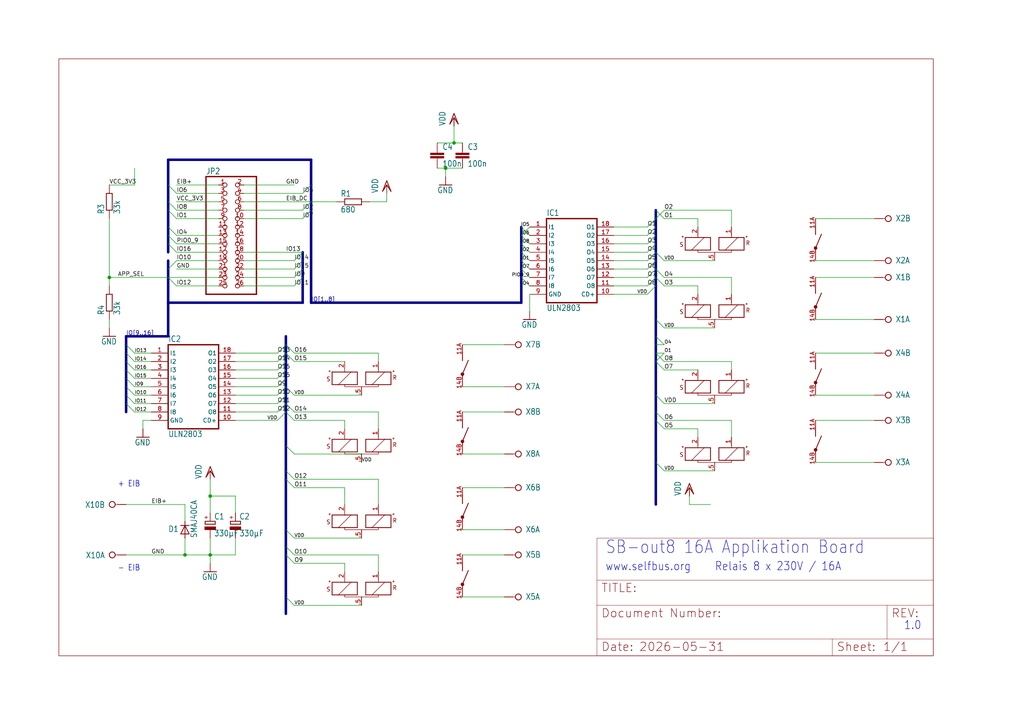
<source format=kicad_sch>
(kicad_sch (version 20230121) (generator eeschema)
  (paper "User" 309.347 218.491)
  (lib_symbols
    (symbol "app_out_8x_16A_bistab_seperated_4MU_BOT_v1.0.0-eagle-import:C-EUC1206"
      (property "Reference" "C" (at 1.524 0.381 0))
      (symbol "C-EUC1206_1_0"
        (pin passive line (at 0 2.54 270) (length 2.54) (name "1") (number "1"))
        (pin passive line (at 0 -5.08 90) (length 2.54) (name "2") (number "2"))
      )
    )
    (symbol "app_out_8x_16A_bistab_seperated_4MU_BOT_v1.0.0-eagle-import:CPOL-EUE3.5-8"
      (property "Reference" "C" (at 1.143 0.4826 0))
      (symbol "CPOL-EUE3.5-8_1_0"
        (text "+" (at -0.5842 0.4064 900) (effects (font (size 1.27 1.0795)) (justify left bottom)))
        (pin passive line (at 0 2.54 270) (length 2.54) (name "+") (number "+"))
        (pin passive line (at 0 -5.08 90) (length 2.54) (name "-") (number "-"))
      )
    )
    (symbol "app_out_8x_16A_bistab_seperated_4MU_BOT_v1.0.0-eagle-import:D-SMB"
      (property "Reference" "D" (at -2.54 1.778 0))
      (symbol "D-SMB_1_0"
        (pin passive line (at 2.54 0 180) (length 2.54) (name "C") (number "1"))
        (pin passive line (at -2.54 0 0) (length 2.54) (name "A") (number "2"))
      )
    )
    (symbol "app_out_8x_16A_bistab_seperated_4MU_BOT_v1.0.0-eagle-import:DINA4_L"
      (symbol "DINA4_L_2_0"
        (text "${#}/${##}" (at 86.36 1.27 0) (effects (font (size 2.54 2.54)) (justify left bottom)))
        (text "${CURRENT_DATE}" (at 12.7 1.27 0) (effects (font (size 2.54 2.54)) (justify left bottom)))
        (text "${PROJECTNAME}" (at 17.78 19.05 0) (effects (font (size 2.54 2.54)) (justify left bottom)))
        (text "Date:" (at 1.27 1.27 0) (effects (font (size 2.54 2.54)) (justify left bottom)))
        (text "Document Number:" (at 1.27 11.43 0) (effects (font (size 2.54 2.54)) (justify left bottom)))
        (text "REV:" (at 88.9 11.43 0) (effects (font (size 2.54 2.54)) (justify left bottom)))
        (text "Sheet:" (at 72.39 1.27 0) (effects (font (size 2.54 2.54)) (justify left bottom)))
        (text "TITLE:" (at 1.27 19.05 0) (effects (font (size 2.54 2.54)) (justify left bottom)))
      )
    )
    (symbol "app_out_8x_16A_bistab_seperated_4MU_BOT_v1.0.0-eagle-import:GND" (power)
      (property "Value" "GND" (at -2.54 -2.54 0))
      (symbol "GND_1_0"
        (pin power_in line (at 0 2.54 270) (length 2.54) (name "GND") (number "1"))
      )
    )
    (symbol "app_out_8x_16A_bistab_seperated_4MU_BOT_v1.0.0-eagle-import:HFE20-1-024-1HD504"
      (symbol "HFE20-1-024-1HD504_1_0"
        (text "R" (at 4.318 -0.508 0) (effects (font (size 1.27 1.0795)) (justify left bottom)))
        (text "S" (at -14.478 0.508 0) (effects (font (size 1.27 1.0795)) (justify right top)))
        (pin passive line (at 0 5.08 270) (length 2.54) (name "R+") (number "1"))
        (pin passive line (at -10.16 5.08 270) (length 2.54) (name "S+") (number "2"))
        (pin passive line (at -5.08 -5.08 90) (length 2.54) (name "-") (number "5"))
      )
      (symbol "HFE20-1-024-1HD504_2_0"
        (pin passive line (at 0 10.16 270) (length 2.54) (name "PB") (number "11A"))
        (pin passive line (at 0 -2.54 90) (length 2.54) (name "PA") (number "14B"))
      )
    )
    (symbol "app_out_8x_16A_bistab_seperated_4MU_BOT_v1.0.0-eagle-import:PINHD-2X13_2.54-SMD"
      (property "Reference" "JP" (at -6.35 18.415 0))
      (symbol "PINHD-2X13_2.54-SMD_1_0"
        (pin passive inverted (at -2.54 15.24 0) (length 2.54) (name "1") (number "1"))
        (pin passive inverted (at 5.08 5.08 180) (length 2.54) (name "10") (number "10"))
        (pin passive inverted (at -2.54 2.54 0) (length 2.54) (name "11") (number "11"))
        (pin passive inverted (at 5.08 2.54 180) (length 2.54) (name "12") (number "12"))
        (pin passive inverted (at -2.54 0 0) (length 2.54) (name "13") (number "13"))
        (pin passive inverted (at 5.08 0 180) (length 2.54) (name "14") (number "14"))
        (pin passive inverted (at -2.54 -2.54 0) (length 2.54) (name "15") (number "15"))
        (pin passive inverted (at 5.08 -2.54 180) (length 2.54) (name "16") (number "16"))
        (pin passive inverted (at -2.54 -5.08 0) (length 2.54) (name "17") (number "17"))
        (pin passive inverted (at 5.08 -5.08 180) (length 2.54) (name "18") (number "18"))
        (pin passive inverted (at -2.54 -7.62 0) (length 2.54) (name "19") (number "19"))
        (pin passive inverted (at 5.08 15.24 180) (length 2.54) (name "2") (number "2"))
        (pin passive inverted (at 5.08 -7.62 180) (length 2.54) (name "20") (number "20"))
        (pin passive inverted (at -2.54 -10.16 0) (length 2.54) (name "21") (number "21"))
        (pin passive inverted (at 5.08 -10.16 180) (length 2.54) (name "22") (number "22"))
        (pin passive inverted (at -2.54 -12.7 0) (length 2.54) (name "23") (number "23"))
        (pin passive inverted (at 5.08 -12.7 180) (length 2.54) (name "24") (number "24"))
        (pin passive inverted (at -2.54 -15.24 0) (length 2.54) (name "25") (number "25"))
        (pin passive inverted (at 5.08 -15.24 180) (length 2.54) (name "26") (number "26"))
        (pin passive inverted (at -2.54 12.7 0) (length 2.54) (name "3") (number "3"))
        (pin passive inverted (at 5.08 12.7 180) (length 2.54) (name "4") (number "4"))
        (pin passive inverted (at -2.54 10.16 0) (length 2.54) (name "5") (number "5"))
        (pin passive inverted (at 5.08 10.16 180) (length 2.54) (name "6") (number "6"))
        (pin passive inverted (at -2.54 7.62 0) (length 2.54) (name "7") (number "7"))
        (pin passive inverted (at 5.08 7.62 180) (length 2.54) (name "8") (number "8"))
        (pin passive inverted (at -2.54 5.08 0) (length 2.54) (name "9") (number "9"))
      )
    )
    (symbol "app_out_8x_16A_bistab_seperated_4MU_BOT_v1.0.0-eagle-import:R-EU_M1206"
      (property "Reference" "R" (at -3.81 1.4986 0))
      (symbol "R-EU_M1206_1_0"
        (pin passive line (at -5.08 0 0) (length 2.54) (name "1") (number "1"))
        (pin passive line (at 5.08 0 180) (length 2.54) (name "2") (number "2"))
      )
    )
    (symbol "app_out_8x_16A_bistab_seperated_4MU_BOT_v1.0.0-eagle-import:ULN2803ASOP18"
      (property "Reference" "IC" (at -7.62 13.462 0))
      (symbol "ULN2803ASOP18_1_0"
        (pin input line (at -12.7 10.16 0) (length 5.08) (name "I1") (number "1"))
        (pin passive line (at 12.7 -10.16 180) (length 5.08) (name "CD+") (number "10"))
        (pin open_collector line (at 12.7 -7.62 180) (length 5.08) (name "O8") (number "11"))
        (pin open_collector line (at 12.7 -5.08 180) (length 5.08) (name "O7") (number "12"))
        (pin open_collector line (at 12.7 -2.54 180) (length 5.08) (name "O6") (number "13"))
        (pin open_collector line (at 12.7 0 180) (length 5.08) (name "O5") (number "14"))
        (pin open_collector line (at 12.7 2.54 180) (length 5.08) (name "O4") (number "15"))
        (pin open_collector line (at 12.7 5.08 180) (length 5.08) (name "O3") (number "16"))
        (pin open_collector line (at 12.7 7.62 180) (length 5.08) (name "O2") (number "17"))
        (pin open_collector line (at 12.7 10.16 180) (length 5.08) (name "O1") (number "18"))
        (pin input line (at -12.7 7.62 0) (length 5.08) (name "I2") (number "2"))
        (pin input line (at -12.7 5.08 0) (length 5.08) (name "I3") (number "3"))
        (pin input line (at -12.7 2.54 0) (length 5.08) (name "I4") (number "4"))
        (pin input line (at -12.7 0 0) (length 5.08) (name "I5") (number "5"))
        (pin input line (at -12.7 -2.54 0) (length 5.08) (name "I6") (number "6"))
        (pin input line (at -12.7 -5.08 0) (length 5.08) (name "I7") (number "7"))
        (pin input line (at -12.7 -7.62 0) (length 5.08) (name "I8") (number "8"))
        (pin power_in line (at -12.7 -10.16 0) (length 5.08) (name "GND") (number "9"))
      )
    )
    (symbol "app_out_8x_16A_bistab_seperated_4MU_BOT_v1.0.0-eagle-import:VDD" (power)
      (property "Value" "VDD" (at -2.54 -2.54 90))
      (symbol "VDD_1_0"
        (pin power_in line (at 0 -2.54 90) (length 2.54) (name "VDD") (number "1"))
      )
    )
    (symbol "app_out_8x_16A_bistab_seperated_4MU_BOT_v1.0.0-eagle-import:W237-02P"
      (property "Reference" "X" (at -1.27 0.889 0))
      (symbol "W237-02P_1_0"
        (pin passive line (at 5.08 0 180) (length 2.54) (name "KL") (number "1"))
      )
      (symbol "W237-02P_2_0"
        (pin passive line (at 5.08 0 180) (length 2.54) (name "KL") (number "2"))
      )
    )
  )
  (junction (at 63.5 149.86))
  (junction (at 33.02 83.82))
  (junction (at 137.16 43.18))
  (junction (at 63.5 167.64))
  (junction (at 55.88 167.64))
  (junction (at 134.62 50.8))
  (bus_entry (at 53.34 58.42) (size -2.54 -2.54))
  (bus_entry (at 160.02 78.74) (size -2.54 -2.54))
  (bus_entry (at 88.9 144.78) (size -2.54 -2.54))
  (bus_entry (at 195.58 86.36) (size 2.54 -2.54))
  (bus_entry (at 160.02 73.66) (size -2.54 -2.54))
  (bus_entry (at 195.58 78.74) (size 2.54 -2.54))
  (bus_entry (at 40.64 114.3) (size -2.54 -2.54))
  (bus_entry (at 40.64 121.92) (size -2.54 -2.54))
  (bus_entry (at 91.44 66.04) (size 2.54 -2.54))
  (bus_entry (at 88.9 167.64) (size -2.54 -2.54))
  (bus_entry (at 83.82 116.84) (size 2.54 -2.54))
  (bus_entry (at 200.66 86.36) (size -2.54 -2.54))
  (bus_entry (at 195.58 81.28) (size 2.54 -2.54))
  (bus_entry (at 88.9 86.36) (size 2.54 -2.54))
  (bus_entry (at 200.66 106.68) (size -2.54 2.54))
  (bus_entry (at 91.44 63.5) (size 2.54 -2.54))
  (bus_entry (at 200.66 99.06) (size -2.54 -2.54))
  (bus_entry (at 83.82 124.46) (size 2.54 -2.54))
  (bus_entry (at 53.34 73.66) (size -2.54 -2.54))
  (bus_entry (at 200.66 129.54) (size -2.54 -2.54))
  (bus_entry (at 195.58 71.12) (size 2.54 -2.54))
  (bus_entry (at 83.82 119.38) (size 2.54 -2.54))
  (bus_entry (at 53.34 63.5) (size -2.54 -2.54))
  (bus_entry (at 200.66 104.14) (size -2.54 -2.54))
  (bus_entry (at 88.9 170.18) (size -2.54 -2.54))
  (bus_entry (at 40.64 119.38) (size -2.54 -2.54))
  (bus_entry (at 53.34 78.74) (size -2.54 2.54))
  (bus_entry (at 40.64 116.84) (size -2.54 -2.54))
  (bus_entry (at 83.82 111.76) (size 2.54 -2.54))
  (bus_entry (at 53.34 71.12) (size -2.54 -2.54))
  (bus_entry (at 88.9 137.16) (size -2.54 -2.54))
  (bus_entry (at 40.64 106.68) (size -2.54 -2.54))
  (bus_entry (at 88.9 124.46) (size -2.54 -2.54))
  (bus_entry (at 88.9 119.38) (size -2.54 -2.54))
  (bus_entry (at 200.66 142.24) (size -2.54 -2.54))
  (bus_entry (at 160.02 86.36) (size -2.54 -2.54))
  (bus_entry (at 195.58 76.2) (size 2.54 -2.54))
  (bus_entry (at 91.44 58.42) (size 2.54 -2.54))
  (bus_entry (at 200.66 127) (size -2.54 -2.54))
  (bus_entry (at 88.9 106.68) (size -2.54 -2.54))
  (bus_entry (at 40.64 109.22) (size -2.54 -2.54))
  (bus_entry (at 83.82 109.22) (size 2.54 -2.54))
  (bus_entry (at 195.58 68.58) (size 2.54 -2.54))
  (bus_entry (at 200.66 63.5) (size -2.54 2.54))
  (bus_entry (at 195.58 88.9) (size 2.54 -2.54))
  (bus_entry (at 160.02 76.2) (size -2.54 -2.54))
  (bus_entry (at 53.34 66.04) (size -2.54 -2.54))
  (bus_entry (at 160.02 68.58) (size -2.54 2.54))
  (bus_entry (at 200.66 109.22) (size -2.54 -2.54))
  (bus_entry (at 200.66 111.76) (size -2.54 -2.54))
  (bus_entry (at 88.9 182.88) (size -2.54 -2.54))
  (bus_entry (at 200.66 66.04) (size -2.54 -2.54))
  (bus_entry (at 88.9 127) (size -2.54 -2.54))
  (bus_entry (at 88.9 109.22) (size -2.54 -2.54))
  (bus_entry (at 160.02 81.28) (size -2.54 -2.54))
  (bus_entry (at 200.66 78.74) (size -2.54 -2.54))
  (bus_entry (at 83.82 106.68) (size 2.54 -2.54))
  (bus_entry (at 195.58 83.82) (size 2.54 -2.54))
  (bus_entry (at 83.82 114.3) (size 2.54 -2.54))
  (bus_entry (at 40.64 111.76) (size -2.54 -2.54))
  (bus_entry (at 88.9 162.56) (size -2.54 -2.54))
  (bus_entry (at 160.02 83.82) (size -2.54 -2.54))
  (bus_entry (at 83.82 127) (size 2.54 -2.54))
  (bus_entry (at 88.9 81.28) (size 2.54 -2.54))
  (bus_entry (at 53.34 86.36) (size -2.54 -2.54))
  (bus_entry (at 200.66 83.82) (size -2.54 -2.54))
  (bus_entry (at 88.9 83.82) (size 2.54 -2.54))
  (bus_entry (at 195.58 73.66) (size 2.54 -2.54))
  (bus_entry (at 40.64 124.46) (size -2.54 -2.54))
  (bus_entry (at 53.34 76.2) (size -2.54 -2.54))
  (bus_entry (at 88.9 78.74) (size 2.54 -2.54))
  (bus_entry (at 83.82 121.92) (size 2.54 -2.54))
  (bus_entry (at 160.02 71.12) (size -2.54 -2.54))
  (bus_entry (at 200.66 121.92) (size -2.54 -2.54))
  (bus_entry (at 88.9 147.32) (size -2.54 -2.54))
  (bus (pts (xy 198.12 86.36) (xy 198.12 96.52)) (stroke (width 0.762)))
  (wire (pts (xy 33.02 86.36) (xy 33.02 83.82)) (stroke (width 0.1524)))
  (wire (pts (xy 152.4 104.14) (xy 139.7 104.14)) (stroke (width 0.1524)))
  (wire (pts (xy 73.66 86.36) (xy 88.9 86.36)) (stroke (width 0.1524)))
  (wire (pts (xy 73.66 83.82) (xy 88.9 83.82)) (stroke (width 0.1524)))
  (wire (pts (xy 185.42 86.36) (xy 195.58 86.36)) (stroke (width 0.1524)))
  (wire (pts (xy 71.12 149.86) (xy 63.5 149.86)) (stroke (width 0.1524)))
  (wire (pts (xy 66.04 63.5) (xy 53.34 63.5)) (stroke (width 0.1524)))
  (wire (pts (xy 208.28 152.4) (xy 214.63 152.4)) (stroke (width 0.1524)))
  (wire (pts (xy 200.66 66.04) (xy 210.82 66.04)) (stroke (width 0.1524)))
  (wire (pts (xy 114.3 167.64) (xy 114.3 172.72)) (stroke (width 0.1524)))
  (bus (pts (xy 50.8 101.6) (xy 50.8 91.44)) (stroke (width 0.762)))
  (bus (pts (xy 50.8 71.12) (xy 50.8 73.66)) (stroke (width 0.762)))
  (wire (pts (xy 185.42 88.9) (xy 195.58 88.9)) (stroke (width 0.1524)))
  (wire (pts (xy 45.72 116.84) (xy 40.64 116.84)) (stroke (width 0.1524)))
  (wire (pts (xy 33.02 99.06) (xy 33.02 96.52)) (stroke (width 0.1524)))
  (wire (pts (xy 220.98 63.5) (xy 220.98 68.58)) (stroke (width 0.1524)))
  (wire (pts (xy 137.16 43.18) (xy 139.7 43.18)) (stroke (width 0.1524)))
  (wire (pts (xy 104.14 127) (xy 104.14 129.54)) (stroke (width 0.1524)))
  (wire (pts (xy 73.66 81.28) (xy 88.9 81.28)) (stroke (width 0.1524)))
  (wire (pts (xy 63.5 167.64) (xy 71.12 167.64)) (stroke (width 0.1524)))
  (bus (pts (xy 38.1 121.92) (xy 38.1 119.38)) (stroke (width 0.762)))
  (bus (pts (xy 38.1 111.76) (xy 38.1 109.22)) (stroke (width 0.762)))
  (wire (pts (xy 50.8 83.82) (xy 33.02 83.82)) (stroke (width 0.1524)))
  (wire (pts (xy 139.7 147.32) (xy 152.4 147.32)) (stroke (width 0.1524)))
  (wire (pts (xy 93.98 60.96) (xy 101.6 60.96)) (stroke (width 0.1524)))
  (wire (pts (xy 66.04 60.96) (xy 53.34 60.96)) (stroke (width 0.1524)))
  (wire (pts (xy 63.5 149.86) (xy 63.5 154.94)) (stroke (width 0.1524)))
  (wire (pts (xy 45.72 111.76) (xy 40.64 111.76)) (stroke (width 0.1524)))
  (bus (pts (xy 93.98 63.5) (xy 93.98 60.96)) (stroke (width 0.762)))
  (wire (pts (xy 66.04 55.88) (xy 53.34 55.88)) (stroke (width 0.1524)))
  (bus (pts (xy 38.1 101.6) (xy 50.8 101.6)) (stroke (width 0.762)))
  (wire (pts (xy 200.66 83.82) (xy 220.98 83.82)) (stroke (width 0.1524)))
  (wire (pts (xy 43.18 127) (xy 43.18 129.54)) (stroke (width 0.1524)))
  (wire (pts (xy 200.66 106.68) (xy 198.12 106.68)) (stroke (width 0.1524)))
  (bus (pts (xy 198.12 124.46) (xy 198.12 127)) (stroke (width 0.762)))
  (wire (pts (xy 88.9 106.68) (xy 114.3 106.68)) (stroke (width 0.1524)))
  (bus (pts (xy 86.36 116.84) (xy 86.36 119.38)) (stroke (width 0.762)))
  (bus (pts (xy 198.12 127) (xy 198.12 139.7)) (stroke (width 0.762)))
  (wire (pts (xy 185.42 83.82) (xy 195.58 83.82)) (stroke (width 0.1524)))
  (bus (pts (xy 198.12 101.6) (xy 198.12 106.68)) (stroke (width 0.762)))
  (wire (pts (xy 66.04 73.66) (xy 53.34 73.66)) (stroke (width 0.1524)))
  (wire (pts (xy 208.28 149.86) (xy 208.28 152.4)) (stroke (width 0.1524)))
  (bus (pts (xy 157.48 71.12) (xy 157.48 73.66)) (stroke (width 0.762)))
  (bus (pts (xy 86.36 142.24) (xy 86.36 144.78)) (stroke (width 0.762)))
  (bus (pts (xy 38.1 106.68) (xy 38.1 104.14)) (stroke (width 0.762)))
  (wire (pts (xy 55.88 167.64) (xy 38.1 167.64)) (stroke (width 0.1524)))
  (bus (pts (xy 50.8 63.5) (xy 50.8 68.58)) (stroke (width 0.762)))
  (bus (pts (xy 50.8 83.82) (xy 50.8 81.28)) (stroke (width 0.762)))
  (wire (pts (xy 246.38 127) (xy 264.16 127)) (stroke (width 0.1524)))
  (bus (pts (xy 86.36 111.76) (xy 86.36 114.3)) (stroke (width 0.762)))
  (wire (pts (xy 73.66 58.42) (xy 91.44 58.42)) (stroke (width 0.1524)))
  (bus (pts (xy 93.98 55.88) (xy 93.98 48.26)) (stroke (width 0.762)))
  (wire (pts (xy 66.04 83.82) (xy 50.8 83.82)) (stroke (width 0.1524)))
  (wire (pts (xy 45.72 127) (xy 43.18 127)) (stroke (width 0.1524)))
  (wire (pts (xy 160.02 88.9) (xy 160.02 93.98)) (stroke (width 0.1524)))
  (bus (pts (xy 38.1 114.3) (xy 38.1 111.76)) (stroke (width 0.762)))
  (wire (pts (xy 215.9 142.24) (xy 200.66 142.24)) (stroke (width 0.1524)))
  (bus (pts (xy 198.12 71.12) (xy 198.12 73.66)) (stroke (width 0.762)))
  (bus (pts (xy 38.1 119.38) (xy 38.1 116.84)) (stroke (width 0.762)))
  (bus (pts (xy 157.48 78.74) (xy 157.48 81.28)) (stroke (width 0.762)))
  (wire (pts (xy 88.9 109.22) (xy 104.14 109.22)) (stroke (width 0.1524)))
  (wire (pts (xy 246.38 139.7) (xy 264.16 139.7)) (stroke (width 0.1524)))
  (wire (pts (xy 66.04 78.74) (xy 53.34 78.74)) (stroke (width 0.1524)))
  (wire (pts (xy 200.66 127) (xy 220.98 127)) (stroke (width 0.1524)))
  (wire (pts (xy 139.7 167.64) (xy 152.4 167.64)) (stroke (width 0.1524)))
  (wire (pts (xy 73.66 76.2) (xy 91.44 76.2)) (stroke (width 0.1524)))
  (bus (pts (xy 198.12 106.68) (xy 198.12 109.22)) (stroke (width 0.762)))
  (wire (pts (xy 134.62 53.34) (xy 134.62 50.8)) (stroke (width 0.1524)))
  (wire (pts (xy 114.3 106.68) (xy 114.3 109.22)) (stroke (width 0.1524)))
  (bus (pts (xy 91.44 78.74) (xy 91.44 76.2)) (stroke (width 0.762)))
  (wire (pts (xy 137.16 38.1) (xy 137.16 43.18)) (stroke (width 0.1524)))
  (bus (pts (xy 86.36 109.22) (xy 86.36 111.76)) (stroke (width 0.762)))
  (wire (pts (xy 116.84 60.96) (xy 116.84 58.42)) (stroke (width 0.1524)))
  (wire (pts (xy 200.66 63.5) (xy 220.98 63.5)) (stroke (width 0.1524)))
  (bus (pts (xy 198.12 83.82) (xy 198.12 86.36)) (stroke (width 0.762)))
  (wire (pts (xy 210.82 86.36) (xy 210.82 88.9)) (stroke (width 0.1524)))
  (wire (pts (xy 114.3 124.46) (xy 114.3 129.54)) (stroke (width 0.1524)))
  (bus (pts (xy 86.36 144.78) (xy 86.36 160.02)) (stroke (width 0.762)))
  (wire (pts (xy 45.72 121.92) (xy 40.64 121.92)) (stroke (width 0.1524)))
  (wire (pts (xy 71.12 106.68) (xy 83.82 106.68)) (stroke (width 0.1524)))
  (wire (pts (xy 139.7 116.84) (xy 152.4 116.84)) (stroke (width 0.1524)))
  (bus (pts (xy 93.98 91.44) (xy 93.98 63.5)) (stroke (width 0.762)))
  (wire (pts (xy 111.76 60.96) (xy 116.84 60.96)) (stroke (width 0.1524)))
  (wire (pts (xy 215.9 78.74) (xy 200.66 78.74)) (stroke (width 0.1524)))
  (wire (pts (xy 246.38 96.52) (xy 264.16 96.52)) (stroke (width 0.1524)))
  (bus (pts (xy 198.12 68.58) (xy 198.12 71.12)) (stroke (width 0.762)))
  (wire (pts (xy 45.72 106.68) (xy 40.64 106.68)) (stroke (width 0.1524)))
  (bus (pts (xy 198.12 63.5) (xy 198.12 66.04)) (stroke (width 0.762)))
  (wire (pts (xy 66.04 58.42) (xy 53.34 58.42)) (stroke (width 0.1524)))
  (wire (pts (xy 45.72 124.46) (xy 40.64 124.46)) (stroke (width 0.1524)))
  (bus (pts (xy 86.36 160.02) (xy 86.36 165.1)) (stroke (width 0.762)))
  (wire (pts (xy 200.66 86.36) (xy 210.82 86.36)) (stroke (width 0.1524)))
  (bus (pts (xy 86.36 134.62) (xy 86.36 142.24)) (stroke (width 0.762)))
  (bus (pts (xy 157.48 73.66) (xy 157.48 76.2)) (stroke (width 0.762)))
  (wire (pts (xy 71.12 167.64) (xy 71.12 162.56)) (stroke (width 0.1524)))
  (bus (pts (xy 157.48 76.2) (xy 157.48 78.74)) (stroke (width 0.762)))
  (wire (pts (xy 185.42 73.66) (xy 195.58 73.66)) (stroke (width 0.1524)))
  (bus (pts (xy 86.36 121.92) (xy 86.36 124.46)) (stroke (width 0.762)))
  (wire (pts (xy 71.12 111.76) (xy 83.82 111.76)) (stroke (width 0.1524)))
  (bus (pts (xy 157.48 91.44) (xy 93.98 91.44)) (stroke (width 0.762)))
  (wire (pts (xy 66.04 71.12) (xy 53.34 71.12)) (stroke (width 0.1524)))
  (wire (pts (xy 88.9 124.46) (xy 114.3 124.46)) (stroke (width 0.1524)))
  (wire (pts (xy 185.42 71.12) (xy 195.58 71.12)) (stroke (width 0.1524)))
  (bus (pts (xy 38.1 109.22) (xy 38.1 106.68)) (stroke (width 0.762)))
  (bus (pts (xy 86.36 114.3) (xy 86.36 116.84)) (stroke (width 0.762)))
  (bus (pts (xy 38.1 116.84) (xy 38.1 114.3)) (stroke (width 0.762)))
  (bus (pts (xy 86.36 165.1) (xy 86.36 167.64)) (stroke (width 0.762)))
  (bus (pts (xy 93.98 48.26) (xy 50.8 48.26)) (stroke (width 0.762)))
  (bus (pts (xy 198.12 76.2) (xy 198.12 78.74)) (stroke (width 0.762)))
  (bus (pts (xy 50.8 55.88) (xy 50.8 60.96)) (stroke (width 0.762)))
  (bus (pts (xy 50.8 91.44) (xy 50.8 83.82)) (stroke (width 0.762)))
  (wire (pts (xy 71.12 121.92) (xy 83.82 121.92)) (stroke (width 0.1524)))
  (wire (pts (xy 185.42 81.28) (xy 195.58 81.28)) (stroke (width 0.1524)))
  (wire (pts (xy 55.88 162.56) (xy 55.88 167.64)) (stroke (width 0.1524)))
  (bus (pts (xy 86.36 119.38) (xy 86.36 121.92)) (stroke (width 0.762)))
  (wire (pts (xy 109.22 139.7) (xy 109.22 137.16)) (stroke (width 0.1524)))
  (bus (pts (xy 91.44 83.82) (xy 91.44 81.28)) (stroke (width 0.762)))
  (bus (pts (xy 198.12 78.74) (xy 198.12 81.28)) (stroke (width 0.762)))
  (wire (pts (xy 185.42 68.58) (xy 195.58 68.58)) (stroke (width 0.1524)))
  (bus (pts (xy 198.12 109.22) (xy 198.12 119.38)) (stroke (width 0.762)))
  (bus (pts (xy 86.36 124.46) (xy 86.36 134.62)) (stroke (width 0.762)))
  (bus (pts (xy 50.8 48.26) (xy 50.8 55.88)) (stroke (width 0.762)))
  (wire (pts (xy 104.14 170.18) (xy 104.14 172.72)) (stroke (width 0.1524)))
  (wire (pts (xy 139.7 124.46) (xy 152.4 124.46)) (stroke (width 0.1524)))
  (bus (pts (xy 50.8 73.66) (xy 50.8 76.2)) (stroke (width 0.762)))
  (wire (pts (xy 73.66 63.5) (xy 91.44 63.5)) (stroke (width 0.1524)))
  (wire (pts (xy 55.88 157.48) (xy 55.88 152.4)) (stroke (width 0.1524)))
  (wire (pts (xy 71.12 127) (xy 83.82 127)) (stroke (width 0.1524)))
  (wire (pts (xy 220.98 127) (xy 220.98 132.08)) (stroke (width 0.1524)))
  (bus (pts (xy 86.36 106.68) (xy 86.36 109.22)) (stroke (width 0.762)))
  (wire (pts (xy 45.72 109.22) (xy 40.64 109.22)) (stroke (width 0.1524)))
  (wire (pts (xy 104.14 147.32) (xy 104.14 152.4)) (stroke (width 0.1524)))
  (wire (pts (xy 73.66 78.74) (xy 88.9 78.74)) (stroke (width 0.1524)))
  (bus (pts (xy 91.44 81.28) (xy 91.44 78.74)) (stroke (width 0.762)))
  (wire (pts (xy 185.42 78.74) (xy 195.58 78.74)) (stroke (width 0.1524)))
  (bus (pts (xy 86.36 180.34) (xy 86.36 185.42)) (stroke (width 0.762)))
  (bus (pts (xy 198.12 66.04) (xy 198.12 68.58)) (stroke (width 0.762)))
  (wire (pts (xy 63.5 162.56) (xy 63.5 167.64)) (stroke (width 0.1524)))
  (bus (pts (xy 198.12 139.7) (xy 198.12 152.4)) (stroke (width 0.762)))
  (bus (pts (xy 198.12 96.52) (xy 198.12 101.6)) (stroke (width 0.762)))
  (wire (pts (xy 55.88 152.4) (xy 38.1 152.4)) (stroke (width 0.1524)))
  (wire (pts (xy 88.9 147.32) (xy 104.14 147.32)) (stroke (width 0.1524)))
  (wire (pts (xy 215.9 121.92) (xy 200.66 121.92)) (stroke (width 0.1524)))
  (bus (pts (xy 50.8 68.58) (xy 50.8 71.12)) (stroke (width 0.762)))
  (wire (pts (xy 88.9 127) (xy 104.14 127)) (stroke (width 0.1524)))
  (wire (pts (xy 134.62 50.8) (xy 139.7 50.8)) (stroke (width 0.1524)))
  (wire (pts (xy 185.42 76.2) (xy 195.58 76.2)) (stroke (width 0.1524)))
  (bus (pts (xy 198.12 119.38) (xy 198.12 124.46)) (stroke (width 0.762)))
  (wire (pts (xy 139.7 180.34) (xy 152.4 180.34)) (stroke (width 0.1524)))
  (wire (pts (xy 71.12 109.22) (xy 83.82 109.22)) (stroke (width 0.1524)))
  (wire (pts (xy 220.98 111.76) (xy 220.98 109.22)) (stroke (width 0.1524)))
  (wire (pts (xy 210.82 68.58) (xy 210.82 66.04)) (stroke (width 0.1524)))
  (wire (pts (xy 73.66 66.04) (xy 91.44 66.04)) (stroke (width 0.1524)))
  (bus (pts (xy 50.8 60.96) (xy 50.8 63.5)) (stroke (width 0.762)))
  (wire (pts (xy 33.02 83.82) (xy 33.02 66.04)) (stroke (width 0.1524)))
  (bus (pts (xy 157.48 83.82) (xy 157.48 91.44)) (stroke (width 0.762)))
  (wire (pts (xy 88.9 170.18) (xy 104.14 170.18)) (stroke (width 0.1524)))
  (wire (pts (xy 132.08 50.8) (xy 134.62 50.8)) (stroke (width 0.1524)))
  (wire (pts (xy 109.22 162.56) (xy 88.9 162.56)) (stroke (width 0.1524)))
  (wire (pts (xy 246.38 78.74) (xy 264.16 78.74)) (stroke (width 0.1524)))
  (wire (pts (xy 66.04 66.04) (xy 53.34 66.04)) (stroke (width 0.1524)))
  (wire (pts (xy 66.04 86.36) (xy 53.34 86.36)) (stroke (width 0.1524)))
  (wire (pts (xy 71.12 154.94) (xy 71.12 149.86)) (stroke (width 0.1524)))
  (wire (pts (xy 264.16 119.38) (xy 246.38 119.38)) (stroke (width 0.1524)))
  (wire (pts (xy 114.3 144.78) (xy 114.3 152.4)) (stroke (width 0.1524)))
  (wire (pts (xy 63.5 144.78) (xy 63.5 149.86)) (stroke (width 0.1524)))
  (wire (pts (xy 220.98 83.82) (xy 220.98 88.9)) (stroke (width 0.1524)))
  (wire (pts (xy 210.82 129.54) (xy 210.82 132.08)) (stroke (width 0.1524)))
  (wire (pts (xy 71.12 116.84) (xy 83.82 116.84)) (stroke (width 0.1524)))
  (bus (pts (xy 86.36 167.64) (xy 86.36 180.34)) (stroke (width 0.762)))
  (wire (pts (xy 33.02 55.88) (xy 40.64 55.88)) (stroke (width 0.1524)))
  (wire (pts (xy 139.7 137.16) (xy 152.4 137.16)) (stroke (width 0.1524)))
  (bus (pts (xy 157.48 81.28) (xy 157.48 83.82)) (stroke (width 0.762)))
  (bus (pts (xy 198.12 81.28) (xy 198.12 83.82)) (stroke (width 0.762)))
  (bus (pts (xy 50.8 81.28) (xy 50.8 78.74)) (stroke (width 0.762)))
  (wire (pts (xy 246.38 83.82) (xy 264.16 83.82)) (stroke (width 0.1524)))
  (wire (pts (xy 71.12 114.3) (xy 83.82 114.3)) (stroke (width 0.1524)))
  (bus (pts (xy 38.1 104.14) (xy 38.1 101.6)) (stroke (width 0.762)))
  (wire (pts (xy 88.9 144.78) (xy 114.3 144.78)) (stroke (width 0.1524)))
  (wire (pts (xy 109.22 137.16) (xy 88.9 137.16)) (stroke (width 0.1524)))
  (wire (pts (xy 200.66 129.54) (xy 210.82 129.54)) (stroke (width 0.1524)))
  (wire (pts (xy 63.5 167.64) (xy 63.5 170.18)) (stroke (width 0.1524)))
  (wire (pts (xy 66.04 81.28) (xy 53.34 81.28)) (stroke (width 0.1524)))
  (wire (pts (xy 132.08 43.18) (xy 137.16 43.18)) (stroke (width 0.1524)))
  (wire (pts (xy 200.66 109.22) (xy 220.98 109.22)) (stroke (width 0.1524)))
  (wire (pts (xy 71.12 124.46) (xy 83.82 124.46)) (stroke (width 0.1524)))
  (wire (pts (xy 109.22 182.88) (xy 88.9 182.88)) (stroke (width 0.1524)))
  (wire (pts (xy 55.88 167.64) (xy 63.5 167.64)) (stroke (width 0.1524)))
  (wire (pts (xy 139.7 160.02) (xy 152.4 160.02)) (stroke (width 0.1524)))
  (wire (pts (xy 45.72 119.38) (xy 40.64 119.38)) (stroke (width 0.1524)))
  (bus (pts (xy 50.8 91.44) (xy 91.44 91.44)) (stroke (width 0.762)))
  (wire (pts (xy 73.66 55.88) (xy 88.9 55.88)) (stroke (width 0.1524)))
  (wire (pts (xy 215.9 99.06) (xy 200.66 99.06)) (stroke (width 0.1524)))
  (wire (pts (xy 66.04 76.2) (xy 53.34 76.2)) (stroke (width 0.1524)))
  (wire (pts (xy 71.12 119.38) (xy 83.82 119.38)) (stroke (width 0.1524)))
  (bus (pts (xy 86.36 101.6) (xy 86.36 104.14)) (stroke (width 0.762)))
  (wire (pts (xy 73.66 60.96) (xy 93.98 60.96)) (stroke (width 0.1524)))
  (bus (pts (xy 157.48 68.58) (xy 157.48 71.12)) (stroke (width 0.762)))
  (bus (pts (xy 86.36 104.14) (xy 86.36 106.68)) (stroke (width 0.762)))
  (wire (pts (xy 40.64 55.88) (xy 40.64 50.8)) (stroke (width 0.1524)))
  (wire (pts (xy 210.82 111.76) (xy 200.66 111.76)) (stroke (width 0.1524)))
  (wire (pts (xy 264.16 106.68) (xy 246.38 106.68)) (stroke (width 0.1524)))
  (wire (pts (xy 109.22 119.38) (xy 88.9 119.38)) (stroke (width 0.1524)))
  (wire (pts (xy 45.72 114.3) (xy 40.64 114.3)) (stroke (width 0.1524)))
  (bus (pts (xy 91.44 91.44) (xy 91.44 83.82)) (stroke (width 0.762)))
  (bus (pts (xy 38.1 124.46) (xy 38.1 121.92)) (stroke (width 0.762)))
  (bus (pts (xy 93.98 60.96) (xy 93.98 55.88)) (stroke (width 0.762)))
  (wire (pts (xy 200.66 104.14) (xy 198.12 104.14)) (stroke (width 0.1524)))
  (wire (pts (xy 246.38 66.04) (xy 264.16 66.04)) (stroke (width 0.1524)))
  (bus (pts (xy 198.12 73.66) (xy 198.12 76.2)) (stroke (width 0.762)))
  (wire (pts (xy 88.9 167.64) (xy 114.3 167.64)) (stroke (width 0.1524)))
  (text "1.0" (at 273.05 190.5 0) (effects (font (size 2.54 2.159)) (justify left bottom)))
  (text "Relais 8 x 230V / 16A" (at 215.9 172.72 0) (effects (font (size 2.54 2.159)) (justify left bottom)))
  (text "SB-out8 16A Applikation Board" (at 182.88 167.64 0) (effects (font (size 3.81 3.2385)) (justify left bottom)))
  (text "+ EIB" (at 35.56 147.32 0) (effects (font (size 1.778 1.5113)) (justify left bottom)))
  (text "- EIB" (at 35.56 172.72 0) (effects (font (size 1.778 1.5113)) (justify left bottom)))
  (text "www.selfbus.org" (at 182.88 172.72 0) (effects (font (size 2.54 2.159)) (justify left bottom)))
  (label "O11" (at 83.82 121.92 0) (effects (font (size 1.2446 1.2446))))
  (label "VDD" (at 109.22 139.7 0) (effects (font (size 1.016 1.016))))
  (label "O16" (at 83.82 111.76 0) (effects (font (size 1.2446 1.2446))))
  (label "VDD" (at 195.58 88.9 180) (effects (font (size 1.016 1.016))))
  (label "PIO0_9" (at 53.34 73.66 0) (effects (font (size 1.2446 1.2446))))
  (label "GND" (at 45.72 167.64 0) (effects (font (size 1.2446 1.2446))))
  (label "VDD" (at 88.9 182.88 0) (effects (font (size 1.016 1.016))))
  (label "IO15" (at 88.9 81.28 0) (effects (font (size 1.2446 1.2446))))
  (label "VDD" (at 88.9 119.38 0) (effects (font (size 1.016 1.016))))
  (label "IO13" (at 86.36 76.2 0) (effects (font (size 1.2446 1.2446))))
  (label "IO10" (at 40.64 119.38 0) (effects (font (size 1.016 1.016))))
  (label "O5" (at 200.66 129.54 0) (effects (font (size 1.2446 1.2446))))
  (label "IO[1..8]" (at 93.98 91.44 0) (effects (font (size 1.2446 1.2446))))
  (label "O1" (at 200.66 66.04 0) (effects (font (size 1.2446 1.2446))))
  (label "O7" (at 200.66 111.76 0) (effects (font (size 1.2446 1.2446))))
  (label "IO6" (at 160.02 71.12 180) (effects (font (size 1.016 1.016))))
  (label "IO1" (at 53.34 66.04 0) (effects (font (size 1.2446 1.2446))))
  (label "IO4" (at 160.02 86.36 180) (effects (font (size 1.016 1.016))))
  (label "O4" (at 195.58 76.2 0) (effects (font (size 1.2446 1.2446))))
  (label "O16" (at 88.9 106.68 0) (effects (font (size 1.2446 1.2446))))
  (label "APP_SEL" (at 35.56 83.82 0) (effects (font (size 1.2446 1.2446))))
  (label "O12" (at 88.9 144.78 0) (effects (font (size 1.2446 1.2446))))
  (label "O11" (at 88.9 147.32 0) (effects (font (size 1.2446 1.2446))))
  (label "O8" (at 200.66 109.22 0) (effects (font (size 1.2446 1.2446))))
  (label "EIB_DC" (at 86.36 60.96 0) (effects (font (size 1.2446 1.2446))))
  (label "VDD" (at 200.66 99.06 0) (effects (font (size 1.016 1.016))))
  (label "VDD" (at 200.66 121.92 0) (effects (font (size 1.2446 1.2446))))
  (label "IO8" (at 160.02 73.66 180) (effects (font (size 1.016 1.016))))
  (label "IO12" (at 40.64 124.46 0) (effects (font (size 1.016 1.016))))
  (label "O6" (at 200.66 127 0) (effects (font (size 1.2446 1.2446))))
  (label "O15" (at 88.9 109.22 0) (effects (font (size 1.2446 1.2446))))
  (label "O15" (at 83.82 114.3 0) (effects (font (size 1.2446 1.2446))))
  (label "IO13" (at 40.64 106.68 0) (effects (font (size 1.016 1.016))))
  (label "O1" (at 200.66 106.68 0) (effects (font (size 1.016 1.016))))
  (label "IO16" (at 53.34 76.2 0) (effects (font (size 1.2446 1.2446))))
  (label "VDD" (at 200.66 78.74 0) (effects (font (size 1.016 1.016))))
  (label "VDD" (at 200.66 142.24 0) (effects (font (size 1.016 1.016))))
  (label "IO4" (at 53.34 71.12 0) (effects (font (size 1.2446 1.2446))))
  (label "EIB+" (at 53.34 55.88 0) (effects (font (size 1.2446 1.2446))))
  (label "O10" (at 88.9 167.64 0) (effects (font (size 1.2446 1.2446))))
  (label "O9" (at 83.82 116.84 0) (effects (font (size 1.2446 1.2446))))
  (label "O14" (at 88.9 124.46 0) (effects (font (size 1.2446 1.2446))))
  (label "GND" (at 53.34 81.28 0) (effects (font (size 1.2446 1.2446))))
  (label "IO[9..16]" (at 38.1 101.6 0) (effects (font (size 1.2446 1.2446))))
  (label "IO10" (at 53.34 78.74 0) (effects (font (size 1.2446 1.2446))))
  (label "GND" (at 86.36 55.88 0) (effects (font (size 1.2446 1.2446))))
  (label "VCC_3V3" (at 33.02 55.88 0) (effects (font (size 1.2446 1.2446))))
  (label "VDD" (at 83.82 127 180) (effects (font (size 1.016 1.016))))
  (label "IO12" (at 53.34 86.36 0) (effects (font (size 1.2446 1.2446))))
  (label "IO6" (at 53.34 58.42 0) (effects (font (size 1.2446 1.2446))))
  (label "IO15" (at 40.64 114.3 0) (effects (font (size 1.016 1.016))))
  (label "IO2" (at 91.44 63.5 0) (effects (font (size 1.2446 1.2446))))
  (label "VDD" (at 88.9 162.56 0) (effects (font (size 1.016 1.016))))
  (label "O1" (at 195.58 68.58 0) (effects (font (size 1.2446 1.2446))))
  (label "IO7" (at 160.02 81.28 180) (effects (font (size 1.016 1.016))))
  (label "O2" (at 200.66 63.5 0) (effects (font (size 1.2446 1.2446))))
  (label "IO9" (at 88.9 83.82 0) (effects (font (size 1.2446 1.2446))))
  (label "IO8" (at 53.34 63.5 0) (effects (font (size 1.2446 1.2446))))
  (label "O3" (at 200.66 86.36 0) (effects (font (size 1.2446 1.2446))))
  (label "O14" (at 83.82 109.22 0) (effects (font (size 1.2446 1.2446))))
  (label "IO7" (at 91.44 66.04 0) (effects (font (size 1.2446 1.2446))))
  (label "IO1" (at 160.02 78.74 180) (effects (font (size 1.016 1.016))))
  (label "IO14" (at 40.64 109.22 0) (effects (font (size 1.016 1.016))))
  (label "O7" (at 195.58 83.82 0) (effects (font (size 1.2446 1.2446))))
  (label "IO14" (at 88.9 78.74 0) (effects (font (size 1.2446 1.2446))))
  (label "O9" (at 88.9 170.18 0) (effects (font (size 1.2446 1.2446))))
  (label "O13" (at 88.9 127 0) (effects (font (size 1.2446 1.2446))))
  (label "IO11" (at 88.9 86.36 0) (effects (font (size 1.2446 1.2446))))
  (label "IO2" (at 160.02 76.2 180) (effects (font (size 1.016 1.016))))
  (label "O12" (at 83.82 124.46 0) (effects (font (size 1.2446 1.2446))))
  (label "EIB+" (at 45.72 152.4 0) (effects (font (size 1.2446 1.2446))))
  (label "IO9" (at 40.64 116.84 0) (effects (font (size 1.016 1.016))))
  (label "O10" (at 83.82 119.38 0) (effects (font (size 1.2446 1.2446))))
  (label "O4" (at 200.66 83.82 0) (effects (font (size 1.2446 1.2446))))
  (label "PIO0_9" (at 160.02 83.82 180) (effects (font (size 1.016 1.016))))
  (label "O13" (at 83.82 106.68 0) (effects (font (size 1.2446 1.2446))))
  (label "O6" (at 195.58 81.28 0) (effects (font (size 1.2446 1.2446))))
  (label "IO11" (at 40.64 121.92 0) (effects (font (size 1.016 1.016))))
  (label "O8" (at 195.58 86.36 0) (effects (font (size 1.2446 1.2446))))
  (label "O2" (at 195.58 71.12 0) (effects (font (size 1.2446 1.2446))))
  (label "IO5" (at 91.44 58.42 0) (effects (font (size 1.2446 1.2446))))
  (label "O4" (at 200.66 104.14 0) (effects (font (size 1.016 1.016))))
  (label "O3" (at 195.58 73.66 0) (effects (font (size 1.2446 1.2446))))
  (label "IO5" (at 160.02 68.58 180) (effects (font (size 1.016 1.016))))
  (label "O5" (at 195.58 78.74 0) (effects (font (size 1.2446 1.2446))))
  (label "IO16" (at 40.64 111.76 0) (effects (font (size 1.016 1.016))))
  (label "VCC_3V3" (at 53.34 60.96 0) (effects (font (size 1.2446 1.2446))))
  (symbol (lib_id "app_out_8x_16A_bistab_seperated_4MU_BOT_v1.0.0-eagle-import:HFE20-1-024-1HD504") (at 139.7 134.62 0) (unit 2)
    (property "Reference" "K8" (effects hide))
    (property "Value" "HFE20-1-024-1HD504" (effects hide))
    (property "Footprint" "app_out_8x_16A_bistab_seperated_4MU_BOT_v1.0.0:HFE20-3-504" (effects hide))
  )
  (symbol (lib_id "app_out_8x_16A_bistab_seperated_4MU_BOT_v1.0.0-eagle-import:HFE20-1-024-1HD504") (at 139.7 177.8 0) (unit 2)
    (property "Reference" "K5" (effects hide))
    (property "Value" "HFE20-1-024-1HD504" (effects hide))
    (property "Footprint" "app_out_8x_16A_bistab_seperated_4MU_BOT_v1.0.0:HFE20-3-504" (effects hide))
  )
  (symbol (lib_id "app_out_8x_16A_bistab_seperated_4MU_BOT_v1.0.0-eagle-import:VDD") (at 137.16 35.56 0) (unit 1)
    (property "Reference" "#VDD4" (effects hide))
    (property "Value" "VDD" (at 134.62 38.1 90) (effects (font (size 1.778 1.5113)) (justify left bottom)))
  )
  (symbol (lib_id "app_out_8x_16A_bistab_seperated_4MU_BOT_v1.0.0-eagle-import:HFE20-1-024-1HD504") (at 114.3 134.62 0) (unit 1)
    (property "Reference" "K8" (effects hide))
    (property "Value" "HFE20-1-024-1HD504" (effects hide))
    (property "Footprint" "app_out_8x_16A_bistab_seperated_4MU_BOT_v1.0.0:HFE20-3-504" (effects hide))
  )
  (symbol (lib_id "app_out_8x_16A_bistab_seperated_4MU_BOT_v1.0.0-eagle-import:W237-02P") (at 33.02 152.4 0) (unit 2)
    (property "Reference" "X10" (at 31.75 151.511 0) (effects (font (size 1.778 1.5113)) (justify right top)))
    (property "Value" "W237-02P" (effects hide))
    (property "Footprint" "app_out_8x_16A_bistab_seperated_4MU_BOT_v1.0.0:W237-132" (effects hide))
  )
  (symbol (lib_id "app_out_8x_16A_bistab_seperated_4MU_BOT_v1.0.0-eagle-import:W237-02P") (at 269.24 127 180) (unit 2)
    (property "Reference" "X3" (at 270.51 127.889 0) (effects (font (size 1.778 1.5113)) (justify right top)))
    (property "Value" "W237-02P" (effects hide))
    (property "Footprint" "app_out_8x_16A_bistab_seperated_4MU_BOT_v1.0.0:W237-132" (effects hide))
  )
  (symbol (lib_id "app_out_8x_16A_bistab_seperated_4MU_BOT_v1.0.0-eagle-import:W237-02P") (at 269.24 83.82 180) (unit 2)
    (property "Reference" "X1" (at 270.51 84.709 0) (effects (font (size 1.778 1.5113)) (justify right top)))
    (property "Value" "W237-02P" (effects hide))
    (property "Footprint" "app_out_8x_16A_bistab_seperated_4MU_BOT_v1.0.0:W237-132" (effects hide))
  )
  (symbol (lib_id "app_out_8x_16A_bistab_seperated_4MU_BOT_v1.0.0-eagle-import:GND") (at 33.02 101.6 0) (unit 1)
    (property "Reference" "#GND2" (effects hide))
    (property "Value" "GND" (at 30.48 104.14 0) (effects (font (size 1.778 1.5113)) (justify left bottom)))
  )
  (symbol (lib_id "app_out_8x_16A_bistab_seperated_4MU_BOT_v1.0.0-eagle-import:W237-02P") (at 157.48 160.02 180) (unit 1)
    (property "Reference" "X6" (at 158.75 160.909 0) (effects (font (size 1.778 1.5113)) (justify right top)))
    (property "Value" "W237-02P" (effects hide))
    (property "Footprint" "app_out_8x_16A_bistab_seperated_4MU_BOT_v1.0.0:W237-132" (effects hide))
  )
  (symbol (lib_id "app_out_8x_16A_bistab_seperated_4MU_BOT_v1.0.0-eagle-import:HFE20-1-024-1HD504") (at 220.98 93.98 0) (unit 1)
    (property "Reference" "K1" (effects hide))
    (property "Value" "HFE20-1-024-1HD504" (effects hide))
    (property "Footprint" "app_out_8x_16A_bistab_seperated_4MU_BOT_v1.0.0:HFE20-3-504" (effects hide))
  )
  (symbol (lib_id "app_out_8x_16A_bistab_seperated_4MU_BOT_v1.0.0-eagle-import:CPOL-EUE3.5-8") (at 71.12 157.48 0) (unit 1)
    (property "Reference" "C2" (at 72.263 156.9974 0) (effects (font (size 1.778 1.5113)) (justify left bottom)))
    (property "Value" "330µF" (at 72.263 162.0774 0) (effects (font (size 1.778 1.5113)) (justify left bottom)))
    (property "Footprint" "app_out_8x_16A_bistab_seperated_4MU_BOT_v1.0.0:E3,5-8" (effects hide))
  )
  (symbol (lib_id "app_out_8x_16A_bistab_seperated_4MU_BOT_v1.0.0-eagle-import:W237-02P") (at 269.24 78.74 180) (unit 1)
    (property "Reference" "X2" (at 270.51 79.629 0) (effects (font (size 1.778 1.5113)) (justify right top)))
    (property "Value" "W237-02P" (effects hide))
    (property "Footprint" "app_out_8x_16A_bistab_seperated_4MU_BOT_v1.0.0:W237-132" (effects hide))
  )
  (symbol (lib_id "app_out_8x_16A_bistab_seperated_4MU_BOT_v1.0.0-eagle-import:PINHD-2X13_2.54-SMD") (at 68.58 71.12 0) (unit 1)
    (property "Reference" "JP2" (at 62.23 52.705 0) (effects (font (size 1.778 1.5113)) (justify left bottom)))
    (property "Value" "PINHD-2X13_2.54-SMD" (effects hide))
    (property "Footprint" "app_out_8x_16A_bistab_seperated_4MU_BOT_v1.0.0:2X13SMD" (effects hide))
  )
  (symbol (lib_id "app_out_8x_16A_bistab_seperated_4MU_BOT_v1.0.0-eagle-import:R-EU_M1206") (at 33.02 60.96 90) (unit 1)
    (property "Reference" "R3" (at 31.5214 64.77 0) (effects (font (size 1.778 1.5113)) (justify left bottom)))
    (property "Value" "33k" (at 36.322 64.77 0) (effects (font (size 1.778 1.5113)) (justify left bottom)))
    (property "Footprint" "app_out_8x_16A_bistab_seperated_4MU_BOT_v1.0.0:M1206" (effects hide))
  )
  (symbol (lib_id "app_out_8x_16A_bistab_seperated_4MU_BOT_v1.0.0-eagle-import:ULN2803ASOP18") (at 172.72 78.74 0) (unit 1)
    (property "Reference" "IC1" (at 165.1 65.278 0) (effects (font (size 1.778 1.5113)) (justify left bottom)))
    (property "Value" "ULN2803" (at 165.1 93.98 0) (effects (font (size 1.778 1.5113)) (justify left bottom)))
    (property "Footprint" "app_out_8x_16A_bistab_seperated_4MU_BOT_v1.0.0:SO18W" (effects hide))
  )
  (symbol (lib_id "app_out_8x_16A_bistab_seperated_4MU_BOT_v1.0.0-eagle-import:W237-02P") (at 269.24 96.52 180) (unit 1)
    (property "Reference" "X1" (at 270.51 97.409 0) (effects (font (size 1.778 1.5113)) (justify right top)))
    (property "Value" "W237-02P" (effects hide))
    (property "Footprint" "app_out_8x_16A_bistab_seperated_4MU_BOT_v1.0.0:W237-132" (effects hide))
  )
  (symbol (lib_id "app_out_8x_16A_bistab_seperated_4MU_BOT_v1.0.0-eagle-import:R-EU_M1206") (at 33.02 91.44 90) (unit 1)
    (property "Reference" "R4" (at 31.5214 95.25 0) (effects (font (size 1.778 1.5113)) (justify left bottom)))
    (property "Value" "33k" (at 36.322 95.25 0) (effects (font (size 1.778 1.5113)) (justify left bottom)))
    (property "Footprint" "app_out_8x_16A_bistab_seperated_4MU_BOT_v1.0.0:M1206" (effects hide))
  )
  (symbol (lib_id "app_out_8x_16A_bistab_seperated_4MU_BOT_v1.0.0-eagle-import:W237-02P") (at 157.48 167.64 180) (unit 2)
    (property "Reference" "X5" (at 158.75 168.529 0) (effects (font (size 1.778 1.5113)) (justify right top)))
    (property "Value" "W237-02P" (effects hide))
    (property "Footprint" "app_out_8x_16A_bistab_seperated_4MU_BOT_v1.0.0:W237-132" (effects hide))
  )
  (symbol (lib_id "app_out_8x_16A_bistab_seperated_4MU_BOT_v1.0.0-eagle-import:W237-02P") (at 157.48 147.32 180) (unit 2)
    (property "Reference" "X6" (at 158.75 148.209 0) (effects (font (size 1.778 1.5113)) (justify right top)))
    (property "Value" "W237-02P" (effects hide))
    (property "Footprint" "app_out_8x_16A_bistab_seperated_4MU_BOT_v1.0.0:W237-132" (effects hide))
  )
  (symbol (lib_id "app_out_8x_16A_bistab_seperated_4MU_BOT_v1.0.0-eagle-import:W237-02P") (at 269.24 66.04 180) (unit 2)
    (property "Reference" "X2" (at 270.51 66.929 0) (effects (font (size 1.778 1.5113)) (justify right top)))
    (property "Value" "W237-02P" (effects hide))
    (property "Footprint" "app_out_8x_16A_bistab_seperated_4MU_BOT_v1.0.0:W237-132" (effects hide))
  )
  (symbol (lib_id "app_out_8x_16A_bistab_seperated_4MU_BOT_v1.0.0-eagle-import:W237-02P") (at 157.48 124.46 180) (unit 2)
    (property "Reference" "X8" (at 158.75 125.349 0) (effects (font (size 1.778 1.5113)) (justify right top)))
    (property "Value" "W237-02P" (effects hide))
    (property "Footprint" "app_out_8x_16A_bistab_seperated_4MU_BOT_v1.0.0:W237-132" (effects hide))
  )
  (symbol (lib_id "app_out_8x_16A_bistab_seperated_4MU_BOT_v1.0.0-eagle-import:R-EU_M1206") (at 106.68 60.96 0) (unit 1)
    (property "Reference" "R1" (at 102.87 59.4614 0) (effects (font (size 1.778 1.5113)) (justify left bottom)))
    (property "Value" "680" (at 102.87 64.262 0) (effects (font (size 1.778 1.5113)) (justify left bottom)))
    (property "Footprint" "app_out_8x_16A_bistab_seperated_4MU_BOT_v1.0.0:M1206" (effects hide))
  )
  (symbol (lib_id "app_out_8x_16A_bistab_seperated_4MU_BOT_v1.0.0-eagle-import:C-EUC1206") (at 132.08 45.72 0) (unit 1)
    (property "Reference" "C4" (at 133.604 45.339 0) (effects (font (size 1.778 1.5113)) (justify left bottom)))
    (property "Value" "100n" (at 133.604 50.419 0) (effects (font (size 1.778 1.5113)) (justify left bottom)))
    (property "Footprint" "app_out_8x_16A_bistab_seperated_4MU_BOT_v1.0.0:C1206" (effects hide))
  )
  (symbol (lib_id "app_out_8x_16A_bistab_seperated_4MU_BOT_v1.0.0-eagle-import:VDD") (at 116.84 55.88 0) (unit 1)
    (property "Reference" "#VDD3" (effects hide))
    (property "Value" "VDD" (at 114.3 58.42 90) (effects (font (size 1.778 1.5113)) (justify left bottom)))
  )
  (symbol (lib_id "app_out_8x_16A_bistab_seperated_4MU_BOT_v1.0.0-eagle-import:HFE20-1-024-1HD504") (at 220.98 116.84 0) (unit 1)
    (property "Reference" "K4" (effects hide))
    (property "Value" "HFE20-1-024-1HD504" (effects hide))
    (property "Footprint" "app_out_8x_16A_bistab_seperated_4MU_BOT_v1.0.0:HFE20-3-504" (effects hide))
  )
  (symbol (lib_id "app_out_8x_16A_bistab_seperated_4MU_BOT_v1.0.0-eagle-import:W237-02P") (at 269.24 119.38 180) (unit 1)
    (property "Reference" "X4" (at 270.51 120.269 0) (effects (font (size 1.778 1.5113)) (justify right top)))
    (property "Value" "W237-02P" (effects hide))
    (property "Footprint" "app_out_8x_16A_bistab_seperated_4MU_BOT_v1.0.0:W237-132" (effects hide))
  )
  (symbol (lib_id "app_out_8x_16A_bistab_seperated_4MU_BOT_v1.0.0-eagle-import:HFE20-1-024-1HD504") (at 114.3 177.8 0) (unit 1)
    (property "Reference" "K5" (effects hide))
    (property "Value" "HFE20-1-024-1HD504" (effects hide))
    (property "Footprint" "app_out_8x_16A_bistab_seperated_4MU_BOT_v1.0.0:HFE20-3-504" (effects hide))
  )
  (symbol (lib_id "app_out_8x_16A_bistab_seperated_4MU_BOT_v1.0.0-eagle-import:W237-02P") (at 157.48 116.84 180) (unit 1)
    (property "Reference" "X7" (at 158.75 117.729 0) (effects (font (size 1.778 1.5113)) (justify right top)))
    (property "Value" "W237-02P" (effects hide))
    (property "Footprint" "app_out_8x_16A_bistab_seperated_4MU_BOT_v1.0.0:W237-132" (effects hide))
  )
  (symbol (lib_id "app_out_8x_16A_bistab_seperated_4MU_BOT_v1.0.0-eagle-import:GND") (at 160.02 96.52 0) (unit 1)
    (property "Reference" "#GND4" (effects hide))
    (property "Value" "GND" (at 157.48 99.06 0) (effects (font (size 1.778 1.5113)) (justify left bottom)))
  )
  (symbol (lib_id "app_out_8x_16A_bistab_seperated_4MU_BOT_v1.0.0-eagle-import:W237-02P") (at 157.48 104.14 180) (unit 2)
    (property "Reference" "X7" (at 158.75 105.029 0) (effects (font (size 1.778 1.5113)) (justify right top)))
    (property "Value" "W237-02P" (effects hide))
    (property "Footprint" "app_out_8x_16A_bistab_seperated_4MU_BOT_v1.0.0:W237-132" (effects hide))
  )
  (symbol (lib_id "app_out_8x_16A_bistab_seperated_4MU_BOT_v1.0.0-eagle-import:HFE20-1-024-1HD504") (at 114.3 114.3 0) (unit 1)
    (property "Reference" "K7" (effects hide))
    (property "Value" "HFE20-1-024-1HD504" (effects hide))
    (property "Footprint" "app_out_8x_16A_bistab_seperated_4MU_BOT_v1.0.0:HFE20-3-504" (effects hide))
  )
  (symbol (lib_id "app_out_8x_16A_bistab_seperated_4MU_BOT_v1.0.0-eagle-import:W237-02P") (at 157.48 137.16 180) (unit 1)
    (property "Reference" "X8" (at 158.75 138.049 0) (effects (font (size 1.778 1.5113)) (justify right top)))
    (property "Value" "W237-02P" (effects hide))
    (property "Footprint" "app_out_8x_16A_bistab_seperated_4MU_BOT_v1.0.0:W237-132" (effects hide))
  )
  (symbol (lib_id "app_out_8x_16A_bistab_seperated_4MU_BOT_v1.0.0-eagle-import:GND") (at 63.5 172.72 0) (unit 1)
    (property "Reference" "#GND3" (effects hide))
    (property "Value" "GND" (at 60.96 175.26 0) (effects (font (size 1.778 1.5113)) (justify left bottom)))
  )
  (symbol (lib_id "app_out_8x_16A_bistab_seperated_4MU_BOT_v1.0.0-eagle-import:GND") (at 43.18 132.08 0) (unit 1)
    (property "Reference" "#GND1" (effects hide))
    (property "Value" "GND" (at 40.64 134.62 0) (effects (font (size 1.778 1.5113)) (justify left bottom)))
  )
  (symbol (lib_id "app_out_8x_16A_bistab_seperated_4MU_BOT_v1.0.0-eagle-import:VDD") (at 208.28 147.32 0) (unit 1)
    (property "Reference" "#VDD2" (effects hide))
    (property "Value" "VDD" (at 205.74 149.86 90) (effects (font (size 1.778 1.5113)) (justify left bottom)))
  )
  (symbol (lib_id "app_out_8x_16A_bistab_seperated_4MU_BOT_v1.0.0-eagle-import:HFE20-1-024-1HD504") (at 139.7 157.48 0) (unit 2)
    (property "Reference" "K6" (effects hide))
    (property "Value" "HFE20-1-024-1HD504" (effects hide))
    (property "Footprint" "app_out_8x_16A_bistab_seperated_4MU_BOT_v1.0.0:HFE20-3-504" (effects hide))
  )
  (symbol (lib_id "app_out_8x_16A_bistab_seperated_4MU_BOT_v1.0.0-eagle-import:HFE20-1-024-1HD504") (at 220.98 137.16 0) (unit 1)
    (property "Reference" "K3" (effects hide))
    (property "Value" "HFE20-1-024-1HD504" (effects hide))
    (property "Footprint" "app_out_8x_16A_bistab_seperated_4MU_BOT_v1.0.0:HFE20-3-504" (effects hide))
  )
  (symbol (lib_id "app_out_8x_16A_bistab_seperated_4MU_BOT_v1.0.0-eagle-import:HFE20-1-024-1HD504") (at 246.38 93.98 0) (unit 2)
    (property "Reference" "K1" (effects hide))
    (property "Value" "HFE20-1-024-1HD504" (effects hide))
    (property "Footprint" "app_out_8x_16A_bistab_seperated_4MU_BOT_v1.0.0:HFE20-3-504" (effects hide))
  )
  (symbol (lib_id "app_out_8x_16A_bistab_seperated_4MU_BOT_v1.0.0-eagle-import:HFE20-1-024-1HD504") (at 220.98 73.66 0) (unit 1)
    (property "Reference" "K2" (effects hide))
    (property "Value" "HFE20-1-024-1HD504" (effects hide))
    (property "Footprint" "app_out_8x_16A_bistab_seperated_4MU_BOT_v1.0.0:HFE20-3-504" (effects hide))
  )
  (symbol (lib_id "app_out_8x_16A_bistab_seperated_4MU_BOT_v1.0.0-eagle-import:HFE20-1-024-1HD504") (at 114.3 157.48 0) (unit 1)
    (property "Reference" "K6" (effects hide))
    (property "Value" "HFE20-1-024-1HD504" (effects hide))
    (property "Footprint" "app_out_8x_16A_bistab_seperated_4MU_BOT_v1.0.0:HFE20-3-504" (effects hide))
  )
  (symbol (lib_id "app_out_8x_16A_bistab_seperated_4MU_BOT_v1.0.0-eagle-import:W237-02P") (at 269.24 106.68 180) (unit 2)
    (property "Reference" "X4" (at 270.51 107.569 0) (effects (font (size 1.778 1.5113)) (justify right top)))
    (property "Value" "W237-02P" (effects hide))
    (property "Footprint" "app_out_8x_16A_bistab_seperated_4MU_BOT_v1.0.0:W237-132" (effects hide))
  )
  (symbol (lib_id "app_out_8x_16A_bistab_seperated_4MU_BOT_v1.0.0-eagle-import:CPOL-EUE3.5-8") (at 63.5 157.48 0) (unit 1)
    (property "Reference" "C1" (at 64.643 156.9974 0) (effects (font (size 1.778 1.5113)) (justify left bottom)))
    (property "Value" "330µF" (at 64.643 162.0774 0) (effects (font (size 1.778 1.5113)) (justify left bottom)))
    (property "Footprint" "app_out_8x_16A_bistab_seperated_4MU_BOT_v1.0.0:E3,5-8" (effects hide))
  )
  (symbol (lib_id "app_out_8x_16A_bistab_seperated_4MU_BOT_v1.0.0-eagle-import:W237-02P") (at 33.02 167.64 0) (unit 1)
    (property "Reference" "X10" (at 31.75 166.751 0) (effects (font (size 1.778 1.5113)) (justify right top)))
    (property "Value" "W237-02P" (effects hide))
    (property "Footprint" "app_out_8x_16A_bistab_seperated_4MU_BOT_v1.0.0:W237-132" (effects hide))
  )
  (symbol (lib_id "app_out_8x_16A_bistab_seperated_4MU_BOT_v1.0.0-eagle-import:HFE20-1-024-1HD504") (at 246.38 137.16 0) (unit 2)
    (property "Reference" "K3" (effects hide))
    (property "Value" "HFE20-1-024-1HD504" (effects hide))
    (property "Footprint" "app_out_8x_16A_bistab_seperated_4MU_BOT_v1.0.0:HFE20-3-504" (effects hide))
  )
  (symbol (lib_id "app_out_8x_16A_bistab_seperated_4MU_BOT_v1.0.0-eagle-import:ULN2803ASOP18") (at 58.42 116.84 0) (unit 1)
    (property "Reference" "IC2" (at 50.8 103.378 0) (effects (font (size 1.778 1.5113)) (justify left bottom)))
    (property "Value" "ULN2803" (at 50.8 132.08 0) (effects (font (size 1.778 1.5113)) (justify left bottom)))
    (property "Footprint" "app_out_8x_16A_bistab_seperated_4MU_BOT_v1.0.0:SO18W" (effects hide))
  )
  (symbol (lib_id "app_out_8x_16A_bistab_seperated_4MU_BOT_v1.0.0-eagle-import:HFE20-1-024-1HD504") (at 246.38 76.2 0) (unit 2)
    (property "Reference" "K2" (effects hide))
    (property "Value" "HFE20-1-024-1HD504" (effects hide))
    (property "Footprint" "app_out_8x_16A_bistab_seperated_4MU_BOT_v1.0.0:HFE20-3-504" (effects hide))
  )
  (symbol (lib_id "app_out_8x_16A_bistab_seperated_4MU_BOT_v1.0.0-eagle-import:W237-02P") (at 157.48 180.34 180) (unit 1)
    (property "Reference" "X5" (at 158.75 181.229 0) (effects (font (size 1.778 1.5113)) (justify right top)))
    (property "Value" "W237-02P" (effects hide))
    (property "Footprint" "app_out_8x_16A_bistab_seperated_4MU_BOT_v1.0.0:W237-132" (effects hide))
  )
  (symbol (lib_id "app_out_8x_16A_bistab_seperated_4MU_BOT_v1.0.0-eagle-import:W237-02P") (at 269.24 139.7 180) (unit 1)
    (property "Reference" "X3" (at 270.51 140.589 0) (effects (font (size 1.778 1.5113)) (justify right top)))
    (property "Value" "W237-02P" (effects hide))
    (property "Footprint" "app_out_8x_16A_bistab_seperated_4MU_BOT_v1.0.0:W237-132" (effects hide))
  )
  (symbol (lib_id "app_out_8x_16A_bistab_seperated_4MU_BOT_v1.0.0-eagle-import:VDD") (at 63.5 142.24 0) (unit 1)
    (property "Reference" "#VDD1" (effects hide))
    (property "Value" "VDD" (at 60.96 144.78 90) (effects (font (size 1.778 1.5113)) (justify left bottom)))
  )
  (symbol (lib_id "app_out_8x_16A_bistab_seperated_4MU_BOT_v1.0.0-eagle-import:C-EUC1206") (at 139.7 45.72 0) (unit 1)
    (property "Reference" "C3" (at 141.224 45.339 0) (effects (font (size 1.778 1.5113)) (justify left bottom)))
    (property "Value" "100n" (at 141.224 50.419 0) (effects (font (size 1.778 1.5113)) (justify left bottom)))
    (property "Footprint" "app_out_8x_16A_bistab_seperated_4MU_BOT_v1.0.0:C1206" (effects hide))
  )
  (symbol (lib_id "app_out_8x_16A_bistab_seperated_4MU_BOT_v1.0.0-eagle-import:HFE20-1-024-1HD504") (at 139.7 114.3 0) (unit 2)
    (property "Reference" "K7" (effects hide))
    (property "Value" "HFE20-1-024-1HD504" (effects hide))
    (property "Footprint" "app_out_8x_16A_bistab_seperated_4MU_BOT_v1.0.0:HFE20-3-504" (effects hide))
  )
  (symbol (lib_id "app_out_8x_16A_bistab_seperated_4MU_BOT_v1.0.0-eagle-import:D-SMB") (at 55.88 160.02 90) (unit 1)
    (property "Reference" "D1" (at 50.8 160.782 90) (effects (font (size 1.778 1.5113)) (justify right top)))
    (property "Value" "SMAJ40CA" (at 59.563 162.56 0) (effects (font (size 1.778 1.5113)) (justify left bottom)))
    (property "Footprint" "app_out_8x_16A_bistab_seperated_4MU_BOT_v1.0.0:SMB" (effects hide))
  )
  (symbol (lib_id "app_out_8x_16A_bistab_seperated_4MU_BOT_v1.0.0-eagle-import:DINA4_L") (at 17.78 198.12 0) (unit 1)
    (property "Reference" "#FRAME1" (effects hide))
    (property "Value" "DINA4_L" (effects hide))
  )
  (symbol (lib_id "app_out_8x_16A_bistab_seperated_4MU_BOT_v1.0.0-eagle-import:HFE20-1-024-1HD504") (at 246.38 116.84 0) (unit 2)
    (property "Reference" "K4" (effects hide))
    (property "Value" "HFE20-1-024-1HD504" (effects hide))
    (property "Footprint" "app_out_8x_16A_bistab_seperated_4MU_BOT_v1.0.0:HFE20-3-504" (effects hide))
  )
  (symbol (lib_id "app_out_8x_16A_bistab_seperated_4MU_BOT_v1.0.0-eagle-import:DINA4_L") (at 180.34 198.12 0) (unit 2)
    (property "Reference" "#FRAME1" (effects hide))
    (property "Value" "DINA4_L" (effects hide))
  )
  (symbol (lib_id "app_out_8x_16A_bistab_seperated_4MU_BOT_v1.0.0-eagle-import:GND") (at 134.62 55.88 0) (unit 1)
    (property "Reference" "#GND5" (effects hide))
    (property "Value" "GND" (at 132.08 58.42 0) (effects (font (size 1.778 1.5113)) (justify left bottom)))
  )
)
</source>
